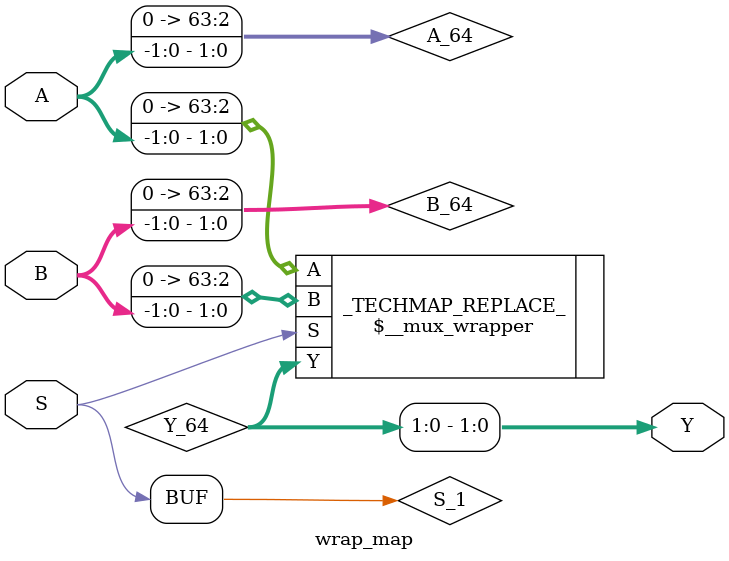
<source format=v>
(* techmap_celltype = "\$mux" *)
module wrap_map #(
    parameter WIDTH = 0
) (
    input wire [WIDTH-1:0] A,
    input wire [WIDTH-1:0] B,
    input wire S,
    output wire [WIDTH-1:0] Y
);

  wire [63:0] A_64;
  wire [63:0] B_64;
  wire S_1;
  wire [63:0] Y_64;
  assign A_64 = A;
  assign B_64 = B;
  assign S_1 = S;
  assign Y = Y_64;
  \$__mux_wrapper #(
      .WIDTH(WIDTH)
  ) _TECHMAP_REPLACE_ (
      .A(A_64),
      .B(B_64),
      .S(S_1),
      .Y(Y_64)
  );

endmodule


</source>
